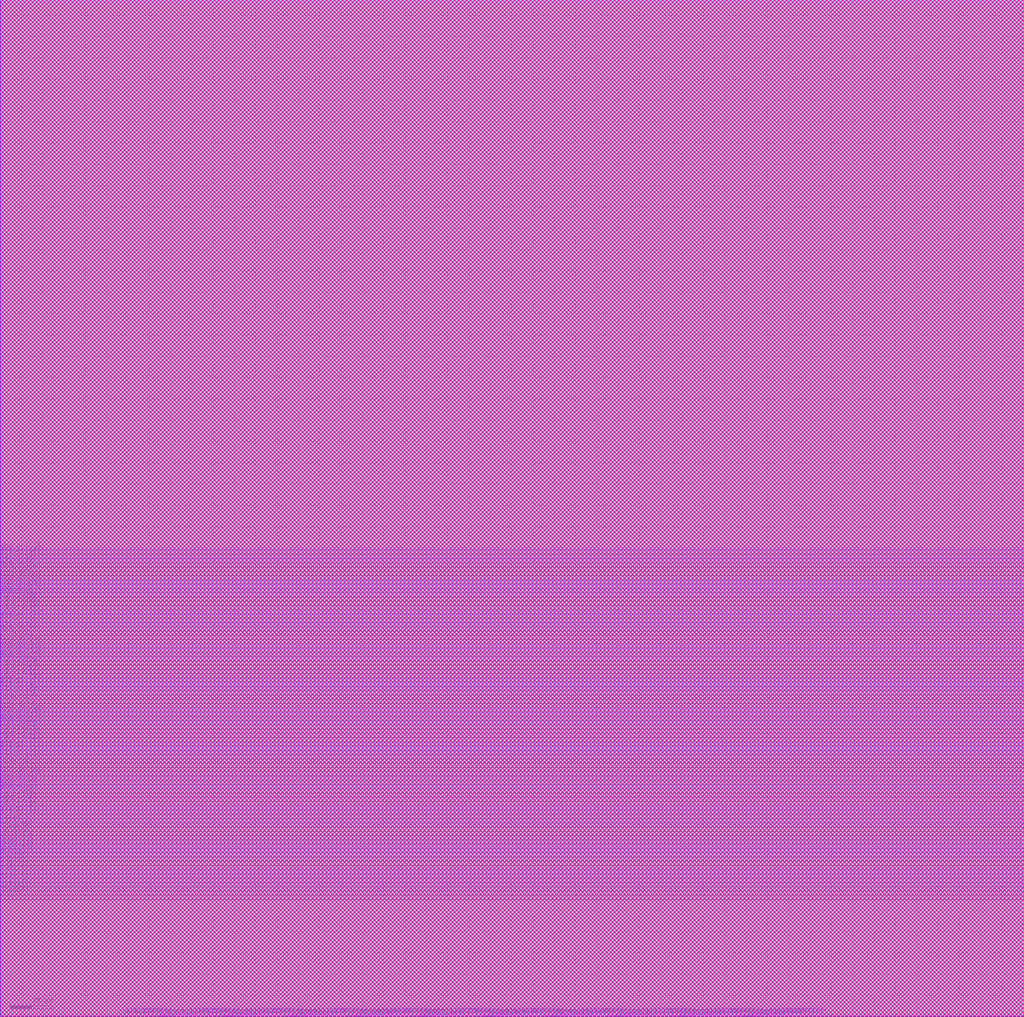
<source format=lef>
##
## LEF for PtnCells ;
## created by Innovus v15.23-s045_1 on Tue Mar  4 02:41:59 2025
##

VERSION 5.8 ;

BUSBITCHARS "[]" ;
DIVIDERCHAR "/" ;

MACRO fullchip
  CLASS BLOCK ;
  SIZE 480.4000 BY 477.2000 ;
  FOREIGN fullchip 0.0000 0.0000 ;
  ORIGIN 0 0 ;
  SYMMETRY X Y R90 ;
  PIN clk
    DIRECTION INPUT ;
    USE SIGNAL ;
    PORT
      LAYER M3 ;
        RECT 0.0000 54.9500 0.6000 55.0500 ;
    END
  END clk
  PIN mem_in[63]
    DIRECTION INPUT ;
    USE SIGNAL ;
    PORT
      LAYER M3 ;
        RECT 0.0000 218.9500 0.6000 219.0500 ;
    END
  END mem_in[63]
  PIN mem_in[62]
    DIRECTION INPUT ;
    USE SIGNAL ;
    PORT
      LAYER M3 ;
        RECT 0.0000 216.9500 0.6000 217.0500 ;
    END
  END mem_in[62]
  PIN mem_in[61]
    DIRECTION INPUT ;
    USE SIGNAL ;
    PORT
      LAYER M3 ;
        RECT 0.0000 214.9500 0.6000 215.0500 ;
    END
  END mem_in[61]
  PIN mem_in[60]
    DIRECTION INPUT ;
    USE SIGNAL ;
    PORT
      LAYER M3 ;
        RECT 0.0000 212.9500 0.6000 213.0500 ;
    END
  END mem_in[60]
  PIN mem_in[59]
    DIRECTION INPUT ;
    USE SIGNAL ;
    PORT
      LAYER M3 ;
        RECT 0.0000 210.9500 0.6000 211.0500 ;
    END
  END mem_in[59]
  PIN mem_in[58]
    DIRECTION INPUT ;
    USE SIGNAL ;
    PORT
      LAYER M3 ;
        RECT 0.0000 208.9500 0.6000 209.0500 ;
    END
  END mem_in[58]
  PIN mem_in[57]
    DIRECTION INPUT ;
    USE SIGNAL ;
    PORT
      LAYER M3 ;
        RECT 0.0000 206.9500 0.6000 207.0500 ;
    END
  END mem_in[57]
  PIN mem_in[56]
    DIRECTION INPUT ;
    USE SIGNAL ;
    PORT
      LAYER M3 ;
        RECT 0.0000 204.9500 0.6000 205.0500 ;
    END
  END mem_in[56]
  PIN mem_in[55]
    DIRECTION INPUT ;
    USE SIGNAL ;
    PORT
      LAYER M3 ;
        RECT 0.0000 202.9500 0.6000 203.0500 ;
    END
  END mem_in[55]
  PIN mem_in[54]
    DIRECTION INPUT ;
    USE SIGNAL ;
    PORT
      LAYER M3 ;
        RECT 0.0000 200.9500 0.6000 201.0500 ;
    END
  END mem_in[54]
  PIN mem_in[53]
    DIRECTION INPUT ;
    USE SIGNAL ;
    PORT
      LAYER M3 ;
        RECT 0.0000 198.9500 0.6000 199.0500 ;
    END
  END mem_in[53]
  PIN mem_in[52]
    DIRECTION INPUT ;
    USE SIGNAL ;
    PORT
      LAYER M3 ;
        RECT 0.0000 196.9500 0.6000 197.0500 ;
    END
  END mem_in[52]
  PIN mem_in[51]
    DIRECTION INPUT ;
    USE SIGNAL ;
    PORT
      LAYER M3 ;
        RECT 0.0000 194.9500 0.6000 195.0500 ;
    END
  END mem_in[51]
  PIN mem_in[50]
    DIRECTION INPUT ;
    USE SIGNAL ;
    PORT
      LAYER M3 ;
        RECT 0.0000 192.9500 0.6000 193.0500 ;
    END
  END mem_in[50]
  PIN mem_in[49]
    DIRECTION INPUT ;
    USE SIGNAL ;
    PORT
      LAYER M3 ;
        RECT 0.0000 190.9500 0.6000 191.0500 ;
    END
  END mem_in[49]
  PIN mem_in[48]
    DIRECTION INPUT ;
    USE SIGNAL ;
    PORT
      LAYER M3 ;
        RECT 0.0000 188.9500 0.6000 189.0500 ;
    END
  END mem_in[48]
  PIN mem_in[47]
    DIRECTION INPUT ;
    USE SIGNAL ;
    PORT
      LAYER M3 ;
        RECT 0.0000 186.9500 0.6000 187.0500 ;
    END
  END mem_in[47]
  PIN mem_in[46]
    DIRECTION INPUT ;
    USE SIGNAL ;
    PORT
      LAYER M3 ;
        RECT 0.0000 184.9500 0.6000 185.0500 ;
    END
  END mem_in[46]
  PIN mem_in[45]
    DIRECTION INPUT ;
    USE SIGNAL ;
    PORT
      LAYER M3 ;
        RECT 0.0000 182.9500 0.6000 183.0500 ;
    END
  END mem_in[45]
  PIN mem_in[44]
    DIRECTION INPUT ;
    USE SIGNAL ;
    PORT
      LAYER M3 ;
        RECT 0.0000 180.9500 0.6000 181.0500 ;
    END
  END mem_in[44]
  PIN mem_in[43]
    DIRECTION INPUT ;
    USE SIGNAL ;
    PORT
      LAYER M3 ;
        RECT 0.0000 178.9500 0.6000 179.0500 ;
    END
  END mem_in[43]
  PIN mem_in[42]
    DIRECTION INPUT ;
    USE SIGNAL ;
    PORT
      LAYER M3 ;
        RECT 0.0000 176.9500 0.6000 177.0500 ;
    END
  END mem_in[42]
  PIN mem_in[41]
    DIRECTION INPUT ;
    USE SIGNAL ;
    PORT
      LAYER M3 ;
        RECT 0.0000 174.9500 0.6000 175.0500 ;
    END
  END mem_in[41]
  PIN mem_in[40]
    DIRECTION INPUT ;
    USE SIGNAL ;
    PORT
      LAYER M3 ;
        RECT 0.0000 172.9500 0.6000 173.0500 ;
    END
  END mem_in[40]
  PIN mem_in[39]
    DIRECTION INPUT ;
    USE SIGNAL ;
    PORT
      LAYER M3 ;
        RECT 0.0000 170.9500 0.6000 171.0500 ;
    END
  END mem_in[39]
  PIN mem_in[38]
    DIRECTION INPUT ;
    USE SIGNAL ;
    PORT
      LAYER M3 ;
        RECT 0.0000 168.9500 0.6000 169.0500 ;
    END
  END mem_in[38]
  PIN mem_in[37]
    DIRECTION INPUT ;
    USE SIGNAL ;
    PORT
      LAYER M3 ;
        RECT 0.0000 166.9500 0.6000 167.0500 ;
    END
  END mem_in[37]
  PIN mem_in[36]
    DIRECTION INPUT ;
    USE SIGNAL ;
    PORT
      LAYER M3 ;
        RECT 0.0000 164.9500 0.6000 165.0500 ;
    END
  END mem_in[36]
  PIN mem_in[35]
    DIRECTION INPUT ;
    USE SIGNAL ;
    PORT
      LAYER M3 ;
        RECT 0.0000 162.9500 0.6000 163.0500 ;
    END
  END mem_in[35]
  PIN mem_in[34]
    DIRECTION INPUT ;
    USE SIGNAL ;
    PORT
      LAYER M3 ;
        RECT 0.0000 160.9500 0.6000 161.0500 ;
    END
  END mem_in[34]
  PIN mem_in[33]
    DIRECTION INPUT ;
    USE SIGNAL ;
    PORT
      LAYER M3 ;
        RECT 0.0000 158.9500 0.6000 159.0500 ;
    END
  END mem_in[33]
  PIN mem_in[32]
    DIRECTION INPUT ;
    USE SIGNAL ;
    PORT
      LAYER M3 ;
        RECT 0.0000 156.9500 0.6000 157.0500 ;
    END
  END mem_in[32]
  PIN mem_in[31]
    DIRECTION INPUT ;
    USE SIGNAL ;
    PORT
      LAYER M3 ;
        RECT 0.0000 154.9500 0.6000 155.0500 ;
    END
  END mem_in[31]
  PIN mem_in[30]
    DIRECTION INPUT ;
    USE SIGNAL ;
    PORT
      LAYER M3 ;
        RECT 0.0000 152.9500 0.6000 153.0500 ;
    END
  END mem_in[30]
  PIN mem_in[29]
    DIRECTION INPUT ;
    USE SIGNAL ;
    PORT
      LAYER M3 ;
        RECT 0.0000 150.9500 0.6000 151.0500 ;
    END
  END mem_in[29]
  PIN mem_in[28]
    DIRECTION INPUT ;
    USE SIGNAL ;
    PORT
      LAYER M3 ;
        RECT 0.0000 148.9500 0.6000 149.0500 ;
    END
  END mem_in[28]
  PIN mem_in[27]
    DIRECTION INPUT ;
    USE SIGNAL ;
    PORT
      LAYER M3 ;
        RECT 0.0000 146.9500 0.6000 147.0500 ;
    END
  END mem_in[27]
  PIN mem_in[26]
    DIRECTION INPUT ;
    USE SIGNAL ;
    PORT
      LAYER M3 ;
        RECT 0.0000 144.9500 0.6000 145.0500 ;
    END
  END mem_in[26]
  PIN mem_in[25]
    DIRECTION INPUT ;
    USE SIGNAL ;
    PORT
      LAYER M3 ;
        RECT 0.0000 142.9500 0.6000 143.0500 ;
    END
  END mem_in[25]
  PIN mem_in[24]
    DIRECTION INPUT ;
    USE SIGNAL ;
    PORT
      LAYER M3 ;
        RECT 0.0000 140.9500 0.6000 141.0500 ;
    END
  END mem_in[24]
  PIN mem_in[23]
    DIRECTION INPUT ;
    USE SIGNAL ;
    PORT
      LAYER M3 ;
        RECT 0.0000 138.9500 0.6000 139.0500 ;
    END
  END mem_in[23]
  PIN mem_in[22]
    DIRECTION INPUT ;
    USE SIGNAL ;
    PORT
      LAYER M3 ;
        RECT 0.0000 136.9500 0.6000 137.0500 ;
    END
  END mem_in[22]
  PIN mem_in[21]
    DIRECTION INPUT ;
    USE SIGNAL ;
    PORT
      LAYER M3 ;
        RECT 0.0000 134.9500 0.6000 135.0500 ;
    END
  END mem_in[21]
  PIN mem_in[20]
    DIRECTION INPUT ;
    USE SIGNAL ;
    PORT
      LAYER M3 ;
        RECT 0.0000 132.9500 0.6000 133.0500 ;
    END
  END mem_in[20]
  PIN mem_in[19]
    DIRECTION INPUT ;
    USE SIGNAL ;
    PORT
      LAYER M3 ;
        RECT 0.0000 130.9500 0.6000 131.0500 ;
    END
  END mem_in[19]
  PIN mem_in[18]
    DIRECTION INPUT ;
    USE SIGNAL ;
    PORT
      LAYER M3 ;
        RECT 0.0000 128.9500 0.6000 129.0500 ;
    END
  END mem_in[18]
  PIN mem_in[17]
    DIRECTION INPUT ;
    USE SIGNAL ;
    PORT
      LAYER M3 ;
        RECT 0.0000 126.9500 0.6000 127.0500 ;
    END
  END mem_in[17]
  PIN mem_in[16]
    DIRECTION INPUT ;
    USE SIGNAL ;
    PORT
      LAYER M3 ;
        RECT 0.0000 124.9500 0.6000 125.0500 ;
    END
  END mem_in[16]
  PIN mem_in[15]
    DIRECTION INPUT ;
    USE SIGNAL ;
    PORT
      LAYER M3 ;
        RECT 0.0000 122.9500 0.6000 123.0500 ;
    END
  END mem_in[15]
  PIN mem_in[14]
    DIRECTION INPUT ;
    USE SIGNAL ;
    PORT
      LAYER M3 ;
        RECT 0.0000 120.9500 0.6000 121.0500 ;
    END
  END mem_in[14]
  PIN mem_in[13]
    DIRECTION INPUT ;
    USE SIGNAL ;
    PORT
      LAYER M3 ;
        RECT 0.0000 118.9500 0.6000 119.0500 ;
    END
  END mem_in[13]
  PIN mem_in[12]
    DIRECTION INPUT ;
    USE SIGNAL ;
    PORT
      LAYER M3 ;
        RECT 0.0000 116.9500 0.6000 117.0500 ;
    END
  END mem_in[12]
  PIN mem_in[11]
    DIRECTION INPUT ;
    USE SIGNAL ;
    PORT
      LAYER M3 ;
        RECT 0.0000 114.9500 0.6000 115.0500 ;
    END
  END mem_in[11]
  PIN mem_in[10]
    DIRECTION INPUT ;
    USE SIGNAL ;
    PORT
      LAYER M3 ;
        RECT 0.0000 112.9500 0.6000 113.0500 ;
    END
  END mem_in[10]
  PIN mem_in[9]
    DIRECTION INPUT ;
    USE SIGNAL ;
    PORT
      LAYER M3 ;
        RECT 0.0000 110.9500 0.6000 111.0500 ;
    END
  END mem_in[9]
  PIN mem_in[8]
    DIRECTION INPUT ;
    USE SIGNAL ;
    PORT
      LAYER M3 ;
        RECT 0.0000 108.9500 0.6000 109.0500 ;
    END
  END mem_in[8]
  PIN mem_in[7]
    DIRECTION INPUT ;
    USE SIGNAL ;
    PORT
      LAYER M3 ;
        RECT 0.0000 106.9500 0.6000 107.0500 ;
    END
  END mem_in[7]
  PIN mem_in[6]
    DIRECTION INPUT ;
    USE SIGNAL ;
    PORT
      LAYER M3 ;
        RECT 0.0000 104.9500 0.6000 105.0500 ;
    END
  END mem_in[6]
  PIN mem_in[5]
    DIRECTION INPUT ;
    USE SIGNAL ;
    PORT
      LAYER M3 ;
        RECT 0.0000 102.9500 0.6000 103.0500 ;
    END
  END mem_in[5]
  PIN mem_in[4]
    DIRECTION INPUT ;
    USE SIGNAL ;
    PORT
      LAYER M3 ;
        RECT 0.0000 100.9500 0.6000 101.0500 ;
    END
  END mem_in[4]
  PIN mem_in[3]
    DIRECTION INPUT ;
    USE SIGNAL ;
    PORT
      LAYER M3 ;
        RECT 0.0000 98.9500 0.6000 99.0500 ;
    END
  END mem_in[3]
  PIN mem_in[2]
    DIRECTION INPUT ;
    USE SIGNAL ;
    PORT
      LAYER M3 ;
        RECT 0.0000 96.9500 0.6000 97.0500 ;
    END
  END mem_in[2]
  PIN mem_in[1]
    DIRECTION INPUT ;
    USE SIGNAL ;
    PORT
      LAYER M3 ;
        RECT 0.0000 94.9500 0.6000 95.0500 ;
    END
  END mem_in[1]
  PIN mem_in[0]
    DIRECTION INPUT ;
    USE SIGNAL ;
    PORT
      LAYER M3 ;
        RECT 0.0000 92.9500 0.6000 93.0500 ;
    END
  END mem_in[0]
  PIN inst[16]
    DIRECTION INPUT ;
    USE SIGNAL ;
    PORT
      LAYER M3 ;
        RECT 0.0000 88.9500 0.6000 89.0500 ;
    END
  END inst[16]
  PIN inst[15]
    DIRECTION INPUT ;
    USE SIGNAL ;
    PORT
      LAYER M3 ;
        RECT 0.0000 86.9500 0.6000 87.0500 ;
    END
  END inst[15]
  PIN inst[14]
    DIRECTION INPUT ;
    USE SIGNAL ;
    PORT
      LAYER M3 ;
        RECT 0.0000 84.9500 0.6000 85.0500 ;
    END
  END inst[14]
  PIN inst[13]
    DIRECTION INPUT ;
    USE SIGNAL ;
    PORT
      LAYER M3 ;
        RECT 0.0000 82.9500 0.6000 83.0500 ;
    END
  END inst[13]
  PIN inst[12]
    DIRECTION INPUT ;
    USE SIGNAL ;
    PORT
      LAYER M3 ;
        RECT 0.0000 80.9500 0.6000 81.0500 ;
    END
  END inst[12]
  PIN inst[11]
    DIRECTION INPUT ;
    USE SIGNAL ;
    PORT
      LAYER M3 ;
        RECT 0.0000 78.9500 0.6000 79.0500 ;
    END
  END inst[11]
  PIN inst[10]
    DIRECTION INPUT ;
    USE SIGNAL ;
    PORT
      LAYER M3 ;
        RECT 0.0000 76.9500 0.6000 77.0500 ;
    END
  END inst[10]
  PIN inst[9]
    DIRECTION INPUT ;
    USE SIGNAL ;
    PORT
      LAYER M3 ;
        RECT 0.0000 74.9500 0.6000 75.0500 ;
    END
  END inst[9]
  PIN inst[8]
    DIRECTION INPUT ;
    USE SIGNAL ;
    PORT
      LAYER M3 ;
        RECT 0.0000 72.9500 0.6000 73.0500 ;
    END
  END inst[8]
  PIN inst[7]
    DIRECTION INPUT ;
    USE SIGNAL ;
    PORT
      LAYER M3 ;
        RECT 0.0000 70.9500 0.6000 71.0500 ;
    END
  END inst[7]
  PIN inst[6]
    DIRECTION INPUT ;
    USE SIGNAL ;
    PORT
      LAYER M3 ;
        RECT 0.0000 68.9500 0.6000 69.0500 ;
    END
  END inst[6]
  PIN inst[5]
    DIRECTION INPUT ;
    USE SIGNAL ;
    PORT
      LAYER M3 ;
        RECT 0.0000 66.9500 0.6000 67.0500 ;
    END
  END inst[5]
  PIN inst[4]
    DIRECTION INPUT ;
    USE SIGNAL ;
    PORT
      LAYER M3 ;
        RECT 0.0000 64.9500 0.6000 65.0500 ;
    END
  END inst[4]
  PIN inst[3]
    DIRECTION INPUT ;
    USE SIGNAL ;
    PORT
      LAYER M3 ;
        RECT 0.0000 62.9500 0.6000 63.0500 ;
    END
  END inst[3]
  PIN inst[2]
    DIRECTION INPUT ;
    USE SIGNAL ;
    PORT
      LAYER M3 ;
        RECT 0.0000 60.9500 0.6000 61.0500 ;
    END
  END inst[2]
  PIN inst[1]
    DIRECTION INPUT ;
    USE SIGNAL ;
    PORT
      LAYER M3 ;
        RECT 0.0000 58.9500 0.6000 59.0500 ;
    END
  END inst[1]
  PIN inst[0]
    DIRECTION INPUT ;
    USE SIGNAL ;
    PORT
      LAYER M3 ;
        RECT 0.0000 56.9500 0.6000 57.0500 ;
    END
  END inst[0]
  PIN reset
    DIRECTION INPUT ;
    USE SIGNAL ;
    PORT
      LAYER M3 ;
        RECT 0.0000 90.9500 0.6000 91.0500 ;
    END
  END reset
  PIN out[159]
    DIRECTION OUTPUT ;
    USE SIGNAL ;
    PORT
      LAYER M2 ;
        RECT 373.0500 0.0000 373.1500 0.6000 ;
    END
  END out[159]
  PIN out[158]
    DIRECTION OUTPUT ;
    USE SIGNAL ;
    PORT
      LAYER M2 ;
        RECT 371.0500 0.0000 371.1500 0.6000 ;
    END
  END out[158]
  PIN out[157]
    DIRECTION OUTPUT ;
    USE SIGNAL ;
    PORT
      LAYER M2 ;
        RECT 369.0500 0.0000 369.1500 0.6000 ;
    END
  END out[157]
  PIN out[156]
    DIRECTION OUTPUT ;
    USE SIGNAL ;
    PORT
      LAYER M2 ;
        RECT 367.0500 0.0000 367.1500 0.6000 ;
    END
  END out[156]
  PIN out[155]
    DIRECTION OUTPUT ;
    USE SIGNAL ;
    PORT
      LAYER M2 ;
        RECT 365.0500 0.0000 365.1500 0.6000 ;
    END
  END out[155]
  PIN out[154]
    DIRECTION OUTPUT ;
    USE SIGNAL ;
    PORT
      LAYER M2 ;
        RECT 363.0500 0.0000 363.1500 0.6000 ;
    END
  END out[154]
  PIN out[153]
    DIRECTION OUTPUT ;
    USE SIGNAL ;
    PORT
      LAYER M2 ;
        RECT 361.0500 0.0000 361.1500 0.6000 ;
    END
  END out[153]
  PIN out[152]
    DIRECTION OUTPUT ;
    USE SIGNAL ;
    PORT
      LAYER M2 ;
        RECT 359.0500 0.0000 359.1500 0.6000 ;
    END
  END out[152]
  PIN out[151]
    DIRECTION OUTPUT ;
    USE SIGNAL ;
    PORT
      LAYER M2 ;
        RECT 357.0500 0.0000 357.1500 0.6000 ;
    END
  END out[151]
  PIN out[150]
    DIRECTION OUTPUT ;
    USE SIGNAL ;
    PORT
      LAYER M2 ;
        RECT 355.0500 0.0000 355.1500 0.6000 ;
    END
  END out[150]
  PIN out[149]
    DIRECTION OUTPUT ;
    USE SIGNAL ;
    PORT
      LAYER M2 ;
        RECT 353.0500 0.0000 353.1500 0.6000 ;
    END
  END out[149]
  PIN out[148]
    DIRECTION OUTPUT ;
    USE SIGNAL ;
    PORT
      LAYER M2 ;
        RECT 351.0500 0.0000 351.1500 0.6000 ;
    END
  END out[148]
  PIN out[147]
    DIRECTION OUTPUT ;
    USE SIGNAL ;
    PORT
      LAYER M2 ;
        RECT 349.0500 0.0000 349.1500 0.6000 ;
    END
  END out[147]
  PIN out[146]
    DIRECTION OUTPUT ;
    USE SIGNAL ;
    PORT
      LAYER M2 ;
        RECT 347.0500 0.0000 347.1500 0.6000 ;
    END
  END out[146]
  PIN out[145]
    DIRECTION OUTPUT ;
    USE SIGNAL ;
    PORT
      LAYER M2 ;
        RECT 345.0500 0.0000 345.1500 0.6000 ;
    END
  END out[145]
  PIN out[144]
    DIRECTION OUTPUT ;
    USE SIGNAL ;
    PORT
      LAYER M2 ;
        RECT 343.0500 0.0000 343.1500 0.6000 ;
    END
  END out[144]
  PIN out[143]
    DIRECTION OUTPUT ;
    USE SIGNAL ;
    PORT
      LAYER M2 ;
        RECT 341.0500 0.0000 341.1500 0.6000 ;
    END
  END out[143]
  PIN out[142]
    DIRECTION OUTPUT ;
    USE SIGNAL ;
    PORT
      LAYER M2 ;
        RECT 339.0500 0.0000 339.1500 0.6000 ;
    END
  END out[142]
  PIN out[141]
    DIRECTION OUTPUT ;
    USE SIGNAL ;
    PORT
      LAYER M2 ;
        RECT 337.0500 0.0000 337.1500 0.6000 ;
    END
  END out[141]
  PIN out[140]
    DIRECTION OUTPUT ;
    USE SIGNAL ;
    PORT
      LAYER M2 ;
        RECT 335.0500 0.0000 335.1500 0.6000 ;
    END
  END out[140]
  PIN out[139]
    DIRECTION OUTPUT ;
    USE SIGNAL ;
    PORT
      LAYER M2 ;
        RECT 333.0500 0.0000 333.1500 0.6000 ;
    END
  END out[139]
  PIN out[138]
    DIRECTION OUTPUT ;
    USE SIGNAL ;
    PORT
      LAYER M2 ;
        RECT 331.0500 0.0000 331.1500 0.6000 ;
    END
  END out[138]
  PIN out[137]
    DIRECTION OUTPUT ;
    USE SIGNAL ;
    PORT
      LAYER M2 ;
        RECT 329.0500 0.0000 329.1500 0.6000 ;
    END
  END out[137]
  PIN out[136]
    DIRECTION OUTPUT ;
    USE SIGNAL ;
    PORT
      LAYER M2 ;
        RECT 327.0500 0.0000 327.1500 0.6000 ;
    END
  END out[136]
  PIN out[135]
    DIRECTION OUTPUT ;
    USE SIGNAL ;
    PORT
      LAYER M2 ;
        RECT 325.0500 0.0000 325.1500 0.6000 ;
    END
  END out[135]
  PIN out[134]
    DIRECTION OUTPUT ;
    USE SIGNAL ;
    PORT
      LAYER M2 ;
        RECT 323.0500 0.0000 323.1500 0.6000 ;
    END
  END out[134]
  PIN out[133]
    DIRECTION OUTPUT ;
    USE SIGNAL ;
    PORT
      LAYER M2 ;
        RECT 321.0500 0.0000 321.1500 0.6000 ;
    END
  END out[133]
  PIN out[132]
    DIRECTION OUTPUT ;
    USE SIGNAL ;
    PORT
      LAYER M2 ;
        RECT 319.0500 0.0000 319.1500 0.6000 ;
    END
  END out[132]
  PIN out[131]
    DIRECTION OUTPUT ;
    USE SIGNAL ;
    PORT
      LAYER M2 ;
        RECT 317.0500 0.0000 317.1500 0.6000 ;
    END
  END out[131]
  PIN out[130]
    DIRECTION OUTPUT ;
    USE SIGNAL ;
    PORT
      LAYER M2 ;
        RECT 315.0500 0.0000 315.1500 0.6000 ;
    END
  END out[130]
  PIN out[129]
    DIRECTION OUTPUT ;
    USE SIGNAL ;
    PORT
      LAYER M2 ;
        RECT 313.0500 0.0000 313.1500 0.6000 ;
    END
  END out[129]
  PIN out[128]
    DIRECTION OUTPUT ;
    USE SIGNAL ;
    PORT
      LAYER M2 ;
        RECT 311.0500 0.0000 311.1500 0.6000 ;
    END
  END out[128]
  PIN out[127]
    DIRECTION OUTPUT ;
    USE SIGNAL ;
    PORT
      LAYER M2 ;
        RECT 309.0500 0.0000 309.1500 0.6000 ;
    END
  END out[127]
  PIN out[126]
    DIRECTION OUTPUT ;
    USE SIGNAL ;
    PORT
      LAYER M2 ;
        RECT 307.0500 0.0000 307.1500 0.6000 ;
    END
  END out[126]
  PIN out[125]
    DIRECTION OUTPUT ;
    USE SIGNAL ;
    PORT
      LAYER M2 ;
        RECT 305.0500 0.0000 305.1500 0.6000 ;
    END
  END out[125]
  PIN out[124]
    DIRECTION OUTPUT ;
    USE SIGNAL ;
    PORT
      LAYER M2 ;
        RECT 303.0500 0.0000 303.1500 0.6000 ;
    END
  END out[124]
  PIN out[123]
    DIRECTION OUTPUT ;
    USE SIGNAL ;
    PORT
      LAYER M2 ;
        RECT 301.0500 0.0000 301.1500 0.6000 ;
    END
  END out[123]
  PIN out[122]
    DIRECTION OUTPUT ;
    USE SIGNAL ;
    PORT
      LAYER M2 ;
        RECT 299.0500 0.0000 299.1500 0.6000 ;
    END
  END out[122]
  PIN out[121]
    DIRECTION OUTPUT ;
    USE SIGNAL ;
    PORT
      LAYER M2 ;
        RECT 297.0500 0.0000 297.1500 0.6000 ;
    END
  END out[121]
  PIN out[120]
    DIRECTION OUTPUT ;
    USE SIGNAL ;
    PORT
      LAYER M2 ;
        RECT 295.0500 0.0000 295.1500 0.6000 ;
    END
  END out[120]
  PIN out[119]
    DIRECTION OUTPUT ;
    USE SIGNAL ;
    PORT
      LAYER M2 ;
        RECT 293.0500 0.0000 293.1500 0.6000 ;
    END
  END out[119]
  PIN out[118]
    DIRECTION OUTPUT ;
    USE SIGNAL ;
    PORT
      LAYER M2 ;
        RECT 291.0500 0.0000 291.1500 0.6000 ;
    END
  END out[118]
  PIN out[117]
    DIRECTION OUTPUT ;
    USE SIGNAL ;
    PORT
      LAYER M2 ;
        RECT 289.0500 0.0000 289.1500 0.6000 ;
    END
  END out[117]
  PIN out[116]
    DIRECTION OUTPUT ;
    USE SIGNAL ;
    PORT
      LAYER M2 ;
        RECT 287.0500 0.0000 287.1500 0.6000 ;
    END
  END out[116]
  PIN out[115]
    DIRECTION OUTPUT ;
    USE SIGNAL ;
    PORT
      LAYER M2 ;
        RECT 285.0500 0.0000 285.1500 0.6000 ;
    END
  END out[115]
  PIN out[114]
    DIRECTION OUTPUT ;
    USE SIGNAL ;
    PORT
      LAYER M2 ;
        RECT 283.0500 0.0000 283.1500 0.6000 ;
    END
  END out[114]
  PIN out[113]
    DIRECTION OUTPUT ;
    USE SIGNAL ;
    PORT
      LAYER M2 ;
        RECT 281.0500 0.0000 281.1500 0.6000 ;
    END
  END out[113]
  PIN out[112]
    DIRECTION OUTPUT ;
    USE SIGNAL ;
    PORT
      LAYER M2 ;
        RECT 279.0500 0.0000 279.1500 0.6000 ;
    END
  END out[112]
  PIN out[111]
    DIRECTION OUTPUT ;
    USE SIGNAL ;
    PORT
      LAYER M2 ;
        RECT 277.0500 0.0000 277.1500 0.6000 ;
    END
  END out[111]
  PIN out[110]
    DIRECTION OUTPUT ;
    USE SIGNAL ;
    PORT
      LAYER M2 ;
        RECT 275.0500 0.0000 275.1500 0.6000 ;
    END
  END out[110]
  PIN out[109]
    DIRECTION OUTPUT ;
    USE SIGNAL ;
    PORT
      LAYER M2 ;
        RECT 273.0500 0.0000 273.1500 0.6000 ;
    END
  END out[109]
  PIN out[108]
    DIRECTION OUTPUT ;
    USE SIGNAL ;
    PORT
      LAYER M2 ;
        RECT 271.0500 0.0000 271.1500 0.6000 ;
    END
  END out[108]
  PIN out[107]
    DIRECTION OUTPUT ;
    USE SIGNAL ;
    PORT
      LAYER M2 ;
        RECT 269.0500 0.0000 269.1500 0.6000 ;
    END
  END out[107]
  PIN out[106]
    DIRECTION OUTPUT ;
    USE SIGNAL ;
    PORT
      LAYER M2 ;
        RECT 267.0500 0.0000 267.1500 0.6000 ;
    END
  END out[106]
  PIN out[105]
    DIRECTION OUTPUT ;
    USE SIGNAL ;
    PORT
      LAYER M2 ;
        RECT 265.0500 0.0000 265.1500 0.6000 ;
    END
  END out[105]
  PIN out[104]
    DIRECTION OUTPUT ;
    USE SIGNAL ;
    PORT
      LAYER M2 ;
        RECT 263.0500 0.0000 263.1500 0.6000 ;
    END
  END out[104]
  PIN out[103]
    DIRECTION OUTPUT ;
    USE SIGNAL ;
    PORT
      LAYER M2 ;
        RECT 261.0500 0.0000 261.1500 0.6000 ;
    END
  END out[103]
  PIN out[102]
    DIRECTION OUTPUT ;
    USE SIGNAL ;
    PORT
      LAYER M2 ;
        RECT 259.0500 0.0000 259.1500 0.6000 ;
    END
  END out[102]
  PIN out[101]
    DIRECTION OUTPUT ;
    USE SIGNAL ;
    PORT
      LAYER M2 ;
        RECT 257.0500 0.0000 257.1500 0.6000 ;
    END
  END out[101]
  PIN out[100]
    DIRECTION OUTPUT ;
    USE SIGNAL ;
    PORT
      LAYER M2 ;
        RECT 255.0500 0.0000 255.1500 0.6000 ;
    END
  END out[100]
  PIN out[99]
    DIRECTION OUTPUT ;
    USE SIGNAL ;
    PORT
      LAYER M2 ;
        RECT 253.0500 0.0000 253.1500 0.6000 ;
    END
  END out[99]
  PIN out[98]
    DIRECTION OUTPUT ;
    USE SIGNAL ;
    PORT
      LAYER M2 ;
        RECT 251.0500 0.0000 251.1500 0.6000 ;
    END
  END out[98]
  PIN out[97]
    DIRECTION OUTPUT ;
    USE SIGNAL ;
    PORT
      LAYER M2 ;
        RECT 249.0500 0.0000 249.1500 0.6000 ;
    END
  END out[97]
  PIN out[96]
    DIRECTION OUTPUT ;
    USE SIGNAL ;
    PORT
      LAYER M2 ;
        RECT 247.0500 0.0000 247.1500 0.6000 ;
    END
  END out[96]
  PIN out[95]
    DIRECTION OUTPUT ;
    USE SIGNAL ;
    PORT
      LAYER M2 ;
        RECT 245.0500 0.0000 245.1500 0.6000 ;
    END
  END out[95]
  PIN out[94]
    DIRECTION OUTPUT ;
    USE SIGNAL ;
    PORT
      LAYER M2 ;
        RECT 243.0500 0.0000 243.1500 0.6000 ;
    END
  END out[94]
  PIN out[93]
    DIRECTION OUTPUT ;
    USE SIGNAL ;
    PORT
      LAYER M2 ;
        RECT 241.0500 0.0000 241.1500 0.6000 ;
    END
  END out[93]
  PIN out[92]
    DIRECTION OUTPUT ;
    USE SIGNAL ;
    PORT
      LAYER M2 ;
        RECT 239.0500 0.0000 239.1500 0.6000 ;
    END
  END out[92]
  PIN out[91]
    DIRECTION OUTPUT ;
    USE SIGNAL ;
    PORT
      LAYER M2 ;
        RECT 237.0500 0.0000 237.1500 0.6000 ;
    END
  END out[91]
  PIN out[90]
    DIRECTION OUTPUT ;
    USE SIGNAL ;
    PORT
      LAYER M2 ;
        RECT 235.0500 0.0000 235.1500 0.6000 ;
    END
  END out[90]
  PIN out[89]
    DIRECTION OUTPUT ;
    USE SIGNAL ;
    PORT
      LAYER M2 ;
        RECT 233.0500 0.0000 233.1500 0.6000 ;
    END
  END out[89]
  PIN out[88]
    DIRECTION OUTPUT ;
    USE SIGNAL ;
    PORT
      LAYER M2 ;
        RECT 231.0500 0.0000 231.1500 0.6000 ;
    END
  END out[88]
  PIN out[87]
    DIRECTION OUTPUT ;
    USE SIGNAL ;
    PORT
      LAYER M2 ;
        RECT 229.0500 0.0000 229.1500 0.6000 ;
    END
  END out[87]
  PIN out[86]
    DIRECTION OUTPUT ;
    USE SIGNAL ;
    PORT
      LAYER M2 ;
        RECT 227.0500 0.0000 227.1500 0.6000 ;
    END
  END out[86]
  PIN out[85]
    DIRECTION OUTPUT ;
    USE SIGNAL ;
    PORT
      LAYER M2 ;
        RECT 225.0500 0.0000 225.1500 0.6000 ;
    END
  END out[85]
  PIN out[84]
    DIRECTION OUTPUT ;
    USE SIGNAL ;
    PORT
      LAYER M2 ;
        RECT 223.0500 0.0000 223.1500 0.6000 ;
    END
  END out[84]
  PIN out[83]
    DIRECTION OUTPUT ;
    USE SIGNAL ;
    PORT
      LAYER M2 ;
        RECT 221.0500 0.0000 221.1500 0.6000 ;
    END
  END out[83]
  PIN out[82]
    DIRECTION OUTPUT ;
    USE SIGNAL ;
    PORT
      LAYER M2 ;
        RECT 219.0500 0.0000 219.1500 0.6000 ;
    END
  END out[82]
  PIN out[81]
    DIRECTION OUTPUT ;
    USE SIGNAL ;
    PORT
      LAYER M2 ;
        RECT 217.0500 0.0000 217.1500 0.6000 ;
    END
  END out[81]
  PIN out[80]
    DIRECTION OUTPUT ;
    USE SIGNAL ;
    PORT
      LAYER M2 ;
        RECT 215.0500 0.0000 215.1500 0.6000 ;
    END
  END out[80]
  PIN out[79]
    DIRECTION OUTPUT ;
    USE SIGNAL ;
    PORT
      LAYER M2 ;
        RECT 213.0500 0.0000 213.1500 0.6000 ;
    END
  END out[79]
  PIN out[78]
    DIRECTION OUTPUT ;
    USE SIGNAL ;
    PORT
      LAYER M2 ;
        RECT 211.0500 0.0000 211.1500 0.6000 ;
    END
  END out[78]
  PIN out[77]
    DIRECTION OUTPUT ;
    USE SIGNAL ;
    PORT
      LAYER M2 ;
        RECT 209.0500 0.0000 209.1500 0.6000 ;
    END
  END out[77]
  PIN out[76]
    DIRECTION OUTPUT ;
    USE SIGNAL ;
    PORT
      LAYER M2 ;
        RECT 207.0500 0.0000 207.1500 0.6000 ;
    END
  END out[76]
  PIN out[75]
    DIRECTION OUTPUT ;
    USE SIGNAL ;
    PORT
      LAYER M2 ;
        RECT 205.0500 0.0000 205.1500 0.6000 ;
    END
  END out[75]
  PIN out[74]
    DIRECTION OUTPUT ;
    USE SIGNAL ;
    PORT
      LAYER M2 ;
        RECT 203.0500 0.0000 203.1500 0.6000 ;
    END
  END out[74]
  PIN out[73]
    DIRECTION OUTPUT ;
    USE SIGNAL ;
    PORT
      LAYER M2 ;
        RECT 201.0500 0.0000 201.1500 0.6000 ;
    END
  END out[73]
  PIN out[72]
    DIRECTION OUTPUT ;
    USE SIGNAL ;
    PORT
      LAYER M2 ;
        RECT 199.0500 0.0000 199.1500 0.6000 ;
    END
  END out[72]
  PIN out[71]
    DIRECTION OUTPUT ;
    USE SIGNAL ;
    PORT
      LAYER M2 ;
        RECT 197.0500 0.0000 197.1500 0.6000 ;
    END
  END out[71]
  PIN out[70]
    DIRECTION OUTPUT ;
    USE SIGNAL ;
    PORT
      LAYER M2 ;
        RECT 195.0500 0.0000 195.1500 0.6000 ;
    END
  END out[70]
  PIN out[69]
    DIRECTION OUTPUT ;
    USE SIGNAL ;
    PORT
      LAYER M2 ;
        RECT 193.0500 0.0000 193.1500 0.6000 ;
    END
  END out[69]
  PIN out[68]
    DIRECTION OUTPUT ;
    USE SIGNAL ;
    PORT
      LAYER M2 ;
        RECT 191.0500 0.0000 191.1500 0.6000 ;
    END
  END out[68]
  PIN out[67]
    DIRECTION OUTPUT ;
    USE SIGNAL ;
    PORT
      LAYER M2 ;
        RECT 189.0500 0.0000 189.1500 0.6000 ;
    END
  END out[67]
  PIN out[66]
    DIRECTION OUTPUT ;
    USE SIGNAL ;
    PORT
      LAYER M2 ;
        RECT 187.0500 0.0000 187.1500 0.6000 ;
    END
  END out[66]
  PIN out[65]
    DIRECTION OUTPUT ;
    USE SIGNAL ;
    PORT
      LAYER M2 ;
        RECT 185.0500 0.0000 185.1500 0.6000 ;
    END
  END out[65]
  PIN out[64]
    DIRECTION OUTPUT ;
    USE SIGNAL ;
    PORT
      LAYER M2 ;
        RECT 183.0500 0.0000 183.1500 0.6000 ;
    END
  END out[64]
  PIN out[63]
    DIRECTION OUTPUT ;
    USE SIGNAL ;
    PORT
      LAYER M2 ;
        RECT 181.0500 0.0000 181.1500 0.6000 ;
    END
  END out[63]
  PIN out[62]
    DIRECTION OUTPUT ;
    USE SIGNAL ;
    PORT
      LAYER M2 ;
        RECT 179.0500 0.0000 179.1500 0.6000 ;
    END
  END out[62]
  PIN out[61]
    DIRECTION OUTPUT ;
    USE SIGNAL ;
    PORT
      LAYER M2 ;
        RECT 177.0500 0.0000 177.1500 0.6000 ;
    END
  END out[61]
  PIN out[60]
    DIRECTION OUTPUT ;
    USE SIGNAL ;
    PORT
      LAYER M2 ;
        RECT 175.0500 0.0000 175.1500 0.6000 ;
    END
  END out[60]
  PIN out[59]
    DIRECTION OUTPUT ;
    USE SIGNAL ;
    PORT
      LAYER M2 ;
        RECT 173.0500 0.0000 173.1500 0.6000 ;
    END
  END out[59]
  PIN out[58]
    DIRECTION OUTPUT ;
    USE SIGNAL ;
    PORT
      LAYER M2 ;
        RECT 171.0500 0.0000 171.1500 0.6000 ;
    END
  END out[58]
  PIN out[57]
    DIRECTION OUTPUT ;
    USE SIGNAL ;
    PORT
      LAYER M2 ;
        RECT 169.0500 0.0000 169.1500 0.6000 ;
    END
  END out[57]
  PIN out[56]
    DIRECTION OUTPUT ;
    USE SIGNAL ;
    PORT
      LAYER M2 ;
        RECT 167.0500 0.0000 167.1500 0.6000 ;
    END
  END out[56]
  PIN out[55]
    DIRECTION OUTPUT ;
    USE SIGNAL ;
    PORT
      LAYER M2 ;
        RECT 165.0500 0.0000 165.1500 0.6000 ;
    END
  END out[55]
  PIN out[54]
    DIRECTION OUTPUT ;
    USE SIGNAL ;
    PORT
      LAYER M2 ;
        RECT 163.0500 0.0000 163.1500 0.6000 ;
    END
  END out[54]
  PIN out[53]
    DIRECTION OUTPUT ;
    USE SIGNAL ;
    PORT
      LAYER M2 ;
        RECT 161.0500 0.0000 161.1500 0.6000 ;
    END
  END out[53]
  PIN out[52]
    DIRECTION OUTPUT ;
    USE SIGNAL ;
    PORT
      LAYER M2 ;
        RECT 159.0500 0.0000 159.1500 0.6000 ;
    END
  END out[52]
  PIN out[51]
    DIRECTION OUTPUT ;
    USE SIGNAL ;
    PORT
      LAYER M2 ;
        RECT 157.0500 0.0000 157.1500 0.6000 ;
    END
  END out[51]
  PIN out[50]
    DIRECTION OUTPUT ;
    USE SIGNAL ;
    PORT
      LAYER M2 ;
        RECT 155.0500 0.0000 155.1500 0.6000 ;
    END
  END out[50]
  PIN out[49]
    DIRECTION OUTPUT ;
    USE SIGNAL ;
    PORT
      LAYER M2 ;
        RECT 153.0500 0.0000 153.1500 0.6000 ;
    END
  END out[49]
  PIN out[48]
    DIRECTION OUTPUT ;
    USE SIGNAL ;
    PORT
      LAYER M2 ;
        RECT 151.0500 0.0000 151.1500 0.6000 ;
    END
  END out[48]
  PIN out[47]
    DIRECTION OUTPUT ;
    USE SIGNAL ;
    PORT
      LAYER M2 ;
        RECT 149.0500 0.0000 149.1500 0.6000 ;
    END
  END out[47]
  PIN out[46]
    DIRECTION OUTPUT ;
    USE SIGNAL ;
    PORT
      LAYER M2 ;
        RECT 147.0500 0.0000 147.1500 0.6000 ;
    END
  END out[46]
  PIN out[45]
    DIRECTION OUTPUT ;
    USE SIGNAL ;
    PORT
      LAYER M2 ;
        RECT 145.0500 0.0000 145.1500 0.6000 ;
    END
  END out[45]
  PIN out[44]
    DIRECTION OUTPUT ;
    USE SIGNAL ;
    PORT
      LAYER M2 ;
        RECT 143.0500 0.0000 143.1500 0.6000 ;
    END
  END out[44]
  PIN out[43]
    DIRECTION OUTPUT ;
    USE SIGNAL ;
    PORT
      LAYER M2 ;
        RECT 141.0500 0.0000 141.1500 0.6000 ;
    END
  END out[43]
  PIN out[42]
    DIRECTION OUTPUT ;
    USE SIGNAL ;
    PORT
      LAYER M2 ;
        RECT 139.0500 0.0000 139.1500 0.6000 ;
    END
  END out[42]
  PIN out[41]
    DIRECTION OUTPUT ;
    USE SIGNAL ;
    PORT
      LAYER M2 ;
        RECT 137.0500 0.0000 137.1500 0.6000 ;
    END
  END out[41]
  PIN out[40]
    DIRECTION OUTPUT ;
    USE SIGNAL ;
    PORT
      LAYER M2 ;
        RECT 135.0500 0.0000 135.1500 0.6000 ;
    END
  END out[40]
  PIN out[39]
    DIRECTION OUTPUT ;
    USE SIGNAL ;
    PORT
      LAYER M2 ;
        RECT 133.0500 0.0000 133.1500 0.6000 ;
    END
  END out[39]
  PIN out[38]
    DIRECTION OUTPUT ;
    USE SIGNAL ;
    PORT
      LAYER M2 ;
        RECT 131.0500 0.0000 131.1500 0.6000 ;
    END
  END out[38]
  PIN out[37]
    DIRECTION OUTPUT ;
    USE SIGNAL ;
    PORT
      LAYER M2 ;
        RECT 129.0500 0.0000 129.1500 0.6000 ;
    END
  END out[37]
  PIN out[36]
    DIRECTION OUTPUT ;
    USE SIGNAL ;
    PORT
      LAYER M2 ;
        RECT 127.0500 0.0000 127.1500 0.6000 ;
    END
  END out[36]
  PIN out[35]
    DIRECTION OUTPUT ;
    USE SIGNAL ;
    PORT
      LAYER M2 ;
        RECT 125.0500 0.0000 125.1500 0.6000 ;
    END
  END out[35]
  PIN out[34]
    DIRECTION OUTPUT ;
    USE SIGNAL ;
    PORT
      LAYER M2 ;
        RECT 123.0500 0.0000 123.1500 0.6000 ;
    END
  END out[34]
  PIN out[33]
    DIRECTION OUTPUT ;
    USE SIGNAL ;
    PORT
      LAYER M2 ;
        RECT 121.0500 0.0000 121.1500 0.6000 ;
    END
  END out[33]
  PIN out[32]
    DIRECTION OUTPUT ;
    USE SIGNAL ;
    PORT
      LAYER M2 ;
        RECT 119.0500 0.0000 119.1500 0.6000 ;
    END
  END out[32]
  PIN out[31]
    DIRECTION OUTPUT ;
    USE SIGNAL ;
    PORT
      LAYER M2 ;
        RECT 117.0500 0.0000 117.1500 0.6000 ;
    END
  END out[31]
  PIN out[30]
    DIRECTION OUTPUT ;
    USE SIGNAL ;
    PORT
      LAYER M2 ;
        RECT 115.0500 0.0000 115.1500 0.6000 ;
    END
  END out[30]
  PIN out[29]
    DIRECTION OUTPUT ;
    USE SIGNAL ;
    PORT
      LAYER M2 ;
        RECT 113.0500 0.0000 113.1500 0.6000 ;
    END
  END out[29]
  PIN out[28]
    DIRECTION OUTPUT ;
    USE SIGNAL ;
    PORT
      LAYER M2 ;
        RECT 111.0500 0.0000 111.1500 0.6000 ;
    END
  END out[28]
  PIN out[27]
    DIRECTION OUTPUT ;
    USE SIGNAL ;
    PORT
      LAYER M2 ;
        RECT 109.0500 0.0000 109.1500 0.6000 ;
    END
  END out[27]
  PIN out[26]
    DIRECTION OUTPUT ;
    USE SIGNAL ;
    PORT
      LAYER M2 ;
        RECT 107.0500 0.0000 107.1500 0.6000 ;
    END
  END out[26]
  PIN out[25]
    DIRECTION OUTPUT ;
    USE SIGNAL ;
    PORT
      LAYER M2 ;
        RECT 105.0500 0.0000 105.1500 0.6000 ;
    END
  END out[25]
  PIN out[24]
    DIRECTION OUTPUT ;
    USE SIGNAL ;
    PORT
      LAYER M2 ;
        RECT 103.0500 0.0000 103.1500 0.6000 ;
    END
  END out[24]
  PIN out[23]
    DIRECTION OUTPUT ;
    USE SIGNAL ;
    PORT
      LAYER M2 ;
        RECT 101.0500 0.0000 101.1500 0.6000 ;
    END
  END out[23]
  PIN out[22]
    DIRECTION OUTPUT ;
    USE SIGNAL ;
    PORT
      LAYER M2 ;
        RECT 99.0500 0.0000 99.1500 0.6000 ;
    END
  END out[22]
  PIN out[21]
    DIRECTION OUTPUT ;
    USE SIGNAL ;
    PORT
      LAYER M2 ;
        RECT 97.0500 0.0000 97.1500 0.6000 ;
    END
  END out[21]
  PIN out[20]
    DIRECTION OUTPUT ;
    USE SIGNAL ;
    PORT
      LAYER M2 ;
        RECT 95.0500 0.0000 95.1500 0.6000 ;
    END
  END out[20]
  PIN out[19]
    DIRECTION OUTPUT ;
    USE SIGNAL ;
    PORT
      LAYER M2 ;
        RECT 93.0500 0.0000 93.1500 0.6000 ;
    END
  END out[19]
  PIN out[18]
    DIRECTION OUTPUT ;
    USE SIGNAL ;
    PORT
      LAYER M2 ;
        RECT 91.0500 0.0000 91.1500 0.6000 ;
    END
  END out[18]
  PIN out[17]
    DIRECTION OUTPUT ;
    USE SIGNAL ;
    PORT
      LAYER M2 ;
        RECT 89.0500 0.0000 89.1500 0.6000 ;
    END
  END out[17]
  PIN out[16]
    DIRECTION OUTPUT ;
    USE SIGNAL ;
    PORT
      LAYER M2 ;
        RECT 87.0500 0.0000 87.1500 0.6000 ;
    END
  END out[16]
  PIN out[15]
    DIRECTION OUTPUT ;
    USE SIGNAL ;
    PORT
      LAYER M2 ;
        RECT 85.0500 0.0000 85.1500 0.6000 ;
    END
  END out[15]
  PIN out[14]
    DIRECTION OUTPUT ;
    USE SIGNAL ;
    PORT
      LAYER M2 ;
        RECT 83.0500 0.0000 83.1500 0.6000 ;
    END
  END out[14]
  PIN out[13]
    DIRECTION OUTPUT ;
    USE SIGNAL ;
    PORT
      LAYER M2 ;
        RECT 81.0500 0.0000 81.1500 0.6000 ;
    END
  END out[13]
  PIN out[12]
    DIRECTION OUTPUT ;
    USE SIGNAL ;
    PORT
      LAYER M2 ;
        RECT 79.0500 0.0000 79.1500 0.6000 ;
    END
  END out[12]
  PIN out[11]
    DIRECTION OUTPUT ;
    USE SIGNAL ;
    PORT
      LAYER M2 ;
        RECT 77.0500 0.0000 77.1500 0.6000 ;
    END
  END out[11]
  PIN out[10]
    DIRECTION OUTPUT ;
    USE SIGNAL ;
    PORT
      LAYER M2 ;
        RECT 75.0500 0.0000 75.1500 0.6000 ;
    END
  END out[10]
  PIN out[9]
    DIRECTION OUTPUT ;
    USE SIGNAL ;
    PORT
      LAYER M2 ;
        RECT 73.0500 0.0000 73.1500 0.6000 ;
    END
  END out[9]
  PIN out[8]
    DIRECTION OUTPUT ;
    USE SIGNAL ;
    PORT
      LAYER M2 ;
        RECT 71.0500 0.0000 71.1500 0.6000 ;
    END
  END out[8]
  PIN out[7]
    DIRECTION OUTPUT ;
    USE SIGNAL ;
    PORT
      LAYER M2 ;
        RECT 69.0500 0.0000 69.1500 0.6000 ;
    END
  END out[7]
  PIN out[6]
    DIRECTION OUTPUT ;
    USE SIGNAL ;
    PORT
      LAYER M2 ;
        RECT 67.0500 0.0000 67.1500 0.6000 ;
    END
  END out[6]
  PIN out[5]
    DIRECTION OUTPUT ;
    USE SIGNAL ;
    PORT
      LAYER M2 ;
        RECT 65.0500 0.0000 65.1500 0.6000 ;
    END
  END out[5]
  PIN out[4]
    DIRECTION OUTPUT ;
    USE SIGNAL ;
    PORT
      LAYER M2 ;
        RECT 63.0500 0.0000 63.1500 0.6000 ;
    END
  END out[4]
  PIN out[3]
    DIRECTION OUTPUT ;
    USE SIGNAL ;
    PORT
      LAYER M2 ;
        RECT 61.0500 0.0000 61.1500 0.6000 ;
    END
  END out[3]
  PIN out[2]
    DIRECTION OUTPUT ;
    USE SIGNAL ;
    PORT
      LAYER M2 ;
        RECT 59.0500 0.0000 59.1500 0.6000 ;
    END
  END out[2]
  PIN out[1]
    DIRECTION OUTPUT ;
    USE SIGNAL ;
    PORT
      LAYER M2 ;
        RECT 57.0500 0.0000 57.1500 0.6000 ;
    END
  END out[1]
  PIN out[0]
    DIRECTION OUTPUT ;
    USE SIGNAL ;
    PORT
      LAYER M2 ;
        RECT 55.0500 0.0000 55.1500 0.6000 ;
    END
  END out[0]
  OBS
    LAYER M1 ;
      RECT 0.0000 0.0000 480.4000 477.2000 ;
    LAYER M2 ;
      RECT 0.0000 0.7000 480.4000 477.2000 ;
      RECT 373.2500 0.0000 480.4000 0.7000 ;
      RECT 371.2500 0.0000 372.9500 0.7000 ;
      RECT 369.2500 0.0000 370.9500 0.7000 ;
      RECT 367.2500 0.0000 368.9500 0.7000 ;
      RECT 365.2500 0.0000 366.9500 0.7000 ;
      RECT 363.2500 0.0000 364.9500 0.7000 ;
      RECT 361.2500 0.0000 362.9500 0.7000 ;
      RECT 359.2500 0.0000 360.9500 0.7000 ;
      RECT 357.2500 0.0000 358.9500 0.7000 ;
      RECT 355.2500 0.0000 356.9500 0.7000 ;
      RECT 353.2500 0.0000 354.9500 0.7000 ;
      RECT 351.2500 0.0000 352.9500 0.7000 ;
      RECT 349.2500 0.0000 350.9500 0.7000 ;
      RECT 347.2500 0.0000 348.9500 0.7000 ;
      RECT 345.2500 0.0000 346.9500 0.7000 ;
      RECT 343.2500 0.0000 344.9500 0.7000 ;
      RECT 341.2500 0.0000 342.9500 0.7000 ;
      RECT 339.2500 0.0000 340.9500 0.7000 ;
      RECT 337.2500 0.0000 338.9500 0.7000 ;
      RECT 335.2500 0.0000 336.9500 0.7000 ;
      RECT 333.2500 0.0000 334.9500 0.7000 ;
      RECT 331.2500 0.0000 332.9500 0.7000 ;
      RECT 329.2500 0.0000 330.9500 0.7000 ;
      RECT 327.2500 0.0000 328.9500 0.7000 ;
      RECT 325.2500 0.0000 326.9500 0.7000 ;
      RECT 323.2500 0.0000 324.9500 0.7000 ;
      RECT 321.2500 0.0000 322.9500 0.7000 ;
      RECT 319.2500 0.0000 320.9500 0.7000 ;
      RECT 317.2500 0.0000 318.9500 0.7000 ;
      RECT 315.2500 0.0000 316.9500 0.7000 ;
      RECT 313.2500 0.0000 314.9500 0.7000 ;
      RECT 311.2500 0.0000 312.9500 0.7000 ;
      RECT 309.2500 0.0000 310.9500 0.7000 ;
      RECT 307.2500 0.0000 308.9500 0.7000 ;
      RECT 305.2500 0.0000 306.9500 0.7000 ;
      RECT 303.2500 0.0000 304.9500 0.7000 ;
      RECT 301.2500 0.0000 302.9500 0.7000 ;
      RECT 299.2500 0.0000 300.9500 0.7000 ;
      RECT 297.2500 0.0000 298.9500 0.7000 ;
      RECT 295.2500 0.0000 296.9500 0.7000 ;
      RECT 293.2500 0.0000 294.9500 0.7000 ;
      RECT 291.2500 0.0000 292.9500 0.7000 ;
      RECT 289.2500 0.0000 290.9500 0.7000 ;
      RECT 287.2500 0.0000 288.9500 0.7000 ;
      RECT 285.2500 0.0000 286.9500 0.7000 ;
      RECT 283.2500 0.0000 284.9500 0.7000 ;
      RECT 281.2500 0.0000 282.9500 0.7000 ;
      RECT 279.2500 0.0000 280.9500 0.7000 ;
      RECT 277.2500 0.0000 278.9500 0.7000 ;
      RECT 275.2500 0.0000 276.9500 0.7000 ;
      RECT 273.2500 0.0000 274.9500 0.7000 ;
      RECT 271.2500 0.0000 272.9500 0.7000 ;
      RECT 269.2500 0.0000 270.9500 0.7000 ;
      RECT 267.2500 0.0000 268.9500 0.7000 ;
      RECT 265.2500 0.0000 266.9500 0.7000 ;
      RECT 263.2500 0.0000 264.9500 0.7000 ;
      RECT 261.2500 0.0000 262.9500 0.7000 ;
      RECT 259.2500 0.0000 260.9500 0.7000 ;
      RECT 257.2500 0.0000 258.9500 0.7000 ;
      RECT 255.2500 0.0000 256.9500 0.7000 ;
      RECT 253.2500 0.0000 254.9500 0.7000 ;
      RECT 251.2500 0.0000 252.9500 0.7000 ;
      RECT 249.2500 0.0000 250.9500 0.7000 ;
      RECT 247.2500 0.0000 248.9500 0.7000 ;
      RECT 245.2500 0.0000 246.9500 0.7000 ;
      RECT 243.2500 0.0000 244.9500 0.7000 ;
      RECT 241.2500 0.0000 242.9500 0.7000 ;
      RECT 239.2500 0.0000 240.9500 0.7000 ;
      RECT 237.2500 0.0000 238.9500 0.7000 ;
      RECT 235.2500 0.0000 236.9500 0.7000 ;
      RECT 233.2500 0.0000 234.9500 0.7000 ;
      RECT 231.2500 0.0000 232.9500 0.7000 ;
      RECT 229.2500 0.0000 230.9500 0.7000 ;
      RECT 227.2500 0.0000 228.9500 0.7000 ;
      RECT 225.2500 0.0000 226.9500 0.7000 ;
      RECT 223.2500 0.0000 224.9500 0.7000 ;
      RECT 221.2500 0.0000 222.9500 0.7000 ;
      RECT 219.2500 0.0000 220.9500 0.7000 ;
      RECT 217.2500 0.0000 218.9500 0.7000 ;
      RECT 215.2500 0.0000 216.9500 0.7000 ;
      RECT 213.2500 0.0000 214.9500 0.7000 ;
      RECT 211.2500 0.0000 212.9500 0.7000 ;
      RECT 209.2500 0.0000 210.9500 0.7000 ;
      RECT 207.2500 0.0000 208.9500 0.7000 ;
      RECT 205.2500 0.0000 206.9500 0.7000 ;
      RECT 203.2500 0.0000 204.9500 0.7000 ;
      RECT 201.2500 0.0000 202.9500 0.7000 ;
      RECT 199.2500 0.0000 200.9500 0.7000 ;
      RECT 197.2500 0.0000 198.9500 0.7000 ;
      RECT 195.2500 0.0000 196.9500 0.7000 ;
      RECT 193.2500 0.0000 194.9500 0.7000 ;
      RECT 191.2500 0.0000 192.9500 0.7000 ;
      RECT 189.2500 0.0000 190.9500 0.7000 ;
      RECT 187.2500 0.0000 188.9500 0.7000 ;
      RECT 185.2500 0.0000 186.9500 0.7000 ;
      RECT 183.2500 0.0000 184.9500 0.7000 ;
      RECT 181.2500 0.0000 182.9500 0.7000 ;
      RECT 179.2500 0.0000 180.9500 0.7000 ;
      RECT 177.2500 0.0000 178.9500 0.7000 ;
      RECT 175.2500 0.0000 176.9500 0.7000 ;
      RECT 173.2500 0.0000 174.9500 0.7000 ;
      RECT 171.2500 0.0000 172.9500 0.7000 ;
      RECT 169.2500 0.0000 170.9500 0.7000 ;
      RECT 167.2500 0.0000 168.9500 0.7000 ;
      RECT 165.2500 0.0000 166.9500 0.7000 ;
      RECT 163.2500 0.0000 164.9500 0.7000 ;
      RECT 161.2500 0.0000 162.9500 0.7000 ;
      RECT 159.2500 0.0000 160.9500 0.7000 ;
      RECT 157.2500 0.0000 158.9500 0.7000 ;
      RECT 155.2500 0.0000 156.9500 0.7000 ;
      RECT 153.2500 0.0000 154.9500 0.7000 ;
      RECT 151.2500 0.0000 152.9500 0.7000 ;
      RECT 149.2500 0.0000 150.9500 0.7000 ;
      RECT 147.2500 0.0000 148.9500 0.7000 ;
      RECT 145.2500 0.0000 146.9500 0.7000 ;
      RECT 143.2500 0.0000 144.9500 0.7000 ;
      RECT 141.2500 0.0000 142.9500 0.7000 ;
      RECT 139.2500 0.0000 140.9500 0.7000 ;
      RECT 137.2500 0.0000 138.9500 0.7000 ;
      RECT 135.2500 0.0000 136.9500 0.7000 ;
      RECT 133.2500 0.0000 134.9500 0.7000 ;
      RECT 131.2500 0.0000 132.9500 0.7000 ;
      RECT 129.2500 0.0000 130.9500 0.7000 ;
      RECT 127.2500 0.0000 128.9500 0.7000 ;
      RECT 125.2500 0.0000 126.9500 0.7000 ;
      RECT 123.2500 0.0000 124.9500 0.7000 ;
      RECT 121.2500 0.0000 122.9500 0.7000 ;
      RECT 119.2500 0.0000 120.9500 0.7000 ;
      RECT 117.2500 0.0000 118.9500 0.7000 ;
      RECT 115.2500 0.0000 116.9500 0.7000 ;
      RECT 113.2500 0.0000 114.9500 0.7000 ;
      RECT 111.2500 0.0000 112.9500 0.7000 ;
      RECT 109.2500 0.0000 110.9500 0.7000 ;
      RECT 107.2500 0.0000 108.9500 0.7000 ;
      RECT 105.2500 0.0000 106.9500 0.7000 ;
      RECT 103.2500 0.0000 104.9500 0.7000 ;
      RECT 101.2500 0.0000 102.9500 0.7000 ;
      RECT 99.2500 0.0000 100.9500 0.7000 ;
      RECT 97.2500 0.0000 98.9500 0.7000 ;
      RECT 95.2500 0.0000 96.9500 0.7000 ;
      RECT 93.2500 0.0000 94.9500 0.7000 ;
      RECT 91.2500 0.0000 92.9500 0.7000 ;
      RECT 89.2500 0.0000 90.9500 0.7000 ;
      RECT 87.2500 0.0000 88.9500 0.7000 ;
      RECT 85.2500 0.0000 86.9500 0.7000 ;
      RECT 83.2500 0.0000 84.9500 0.7000 ;
      RECT 81.2500 0.0000 82.9500 0.7000 ;
      RECT 79.2500 0.0000 80.9500 0.7000 ;
      RECT 77.2500 0.0000 78.9500 0.7000 ;
      RECT 75.2500 0.0000 76.9500 0.7000 ;
      RECT 73.2500 0.0000 74.9500 0.7000 ;
      RECT 71.2500 0.0000 72.9500 0.7000 ;
      RECT 69.2500 0.0000 70.9500 0.7000 ;
      RECT 67.2500 0.0000 68.9500 0.7000 ;
      RECT 65.2500 0.0000 66.9500 0.7000 ;
      RECT 63.2500 0.0000 64.9500 0.7000 ;
      RECT 61.2500 0.0000 62.9500 0.7000 ;
      RECT 59.2500 0.0000 60.9500 0.7000 ;
      RECT 57.2500 0.0000 58.9500 0.7000 ;
      RECT 55.2500 0.0000 56.9500 0.7000 ;
      RECT 0.0000 0.0000 54.9500 0.7000 ;
    LAYER M3 ;
      RECT 0.0000 219.1500 480.4000 477.2000 ;
      RECT 0.7000 218.8500 480.4000 219.1500 ;
      RECT 0.0000 217.1500 480.4000 218.8500 ;
      RECT 0.7000 216.8500 480.4000 217.1500 ;
      RECT 0.0000 215.1500 480.4000 216.8500 ;
      RECT 0.7000 214.8500 480.4000 215.1500 ;
      RECT 0.0000 213.1500 480.4000 214.8500 ;
      RECT 0.7000 212.8500 480.4000 213.1500 ;
      RECT 0.0000 211.1500 480.4000 212.8500 ;
      RECT 0.7000 210.8500 480.4000 211.1500 ;
      RECT 0.0000 209.1500 480.4000 210.8500 ;
      RECT 0.7000 208.8500 480.4000 209.1500 ;
      RECT 0.0000 207.1500 480.4000 208.8500 ;
      RECT 0.7000 206.8500 480.4000 207.1500 ;
      RECT 0.0000 205.1500 480.4000 206.8500 ;
      RECT 0.7000 204.8500 480.4000 205.1500 ;
      RECT 0.0000 203.1500 480.4000 204.8500 ;
      RECT 0.7000 202.8500 480.4000 203.1500 ;
      RECT 0.0000 201.1500 480.4000 202.8500 ;
      RECT 0.7000 200.8500 480.4000 201.1500 ;
      RECT 0.0000 199.1500 480.4000 200.8500 ;
      RECT 0.7000 198.8500 480.4000 199.1500 ;
      RECT 0.0000 197.1500 480.4000 198.8500 ;
      RECT 0.7000 196.8500 480.4000 197.1500 ;
      RECT 0.0000 195.1500 480.4000 196.8500 ;
      RECT 0.7000 194.8500 480.4000 195.1500 ;
      RECT 0.0000 193.1500 480.4000 194.8500 ;
      RECT 0.7000 192.8500 480.4000 193.1500 ;
      RECT 0.0000 191.1500 480.4000 192.8500 ;
      RECT 0.7000 190.8500 480.4000 191.1500 ;
      RECT 0.0000 189.1500 480.4000 190.8500 ;
      RECT 0.7000 188.8500 480.4000 189.1500 ;
      RECT 0.0000 187.1500 480.4000 188.8500 ;
      RECT 0.7000 186.8500 480.4000 187.1500 ;
      RECT 0.0000 185.1500 480.4000 186.8500 ;
      RECT 0.7000 184.8500 480.4000 185.1500 ;
      RECT 0.0000 183.1500 480.4000 184.8500 ;
      RECT 0.7000 182.8500 480.4000 183.1500 ;
      RECT 0.0000 181.1500 480.4000 182.8500 ;
      RECT 0.7000 180.8500 480.4000 181.1500 ;
      RECT 0.0000 179.1500 480.4000 180.8500 ;
      RECT 0.7000 178.8500 480.4000 179.1500 ;
      RECT 0.0000 177.1500 480.4000 178.8500 ;
      RECT 0.7000 176.8500 480.4000 177.1500 ;
      RECT 0.0000 175.1500 480.4000 176.8500 ;
      RECT 0.7000 174.8500 480.4000 175.1500 ;
      RECT 0.0000 173.1500 480.4000 174.8500 ;
      RECT 0.7000 172.8500 480.4000 173.1500 ;
      RECT 0.0000 171.1500 480.4000 172.8500 ;
      RECT 0.7000 170.8500 480.4000 171.1500 ;
      RECT 0.0000 169.1500 480.4000 170.8500 ;
      RECT 0.7000 168.8500 480.4000 169.1500 ;
      RECT 0.0000 167.1500 480.4000 168.8500 ;
      RECT 0.7000 166.8500 480.4000 167.1500 ;
      RECT 0.0000 165.1500 480.4000 166.8500 ;
      RECT 0.7000 164.8500 480.4000 165.1500 ;
      RECT 0.0000 163.1500 480.4000 164.8500 ;
      RECT 0.7000 162.8500 480.4000 163.1500 ;
      RECT 0.0000 161.1500 480.4000 162.8500 ;
      RECT 0.7000 160.8500 480.4000 161.1500 ;
      RECT 0.0000 159.1500 480.4000 160.8500 ;
      RECT 0.7000 158.8500 480.4000 159.1500 ;
      RECT 0.0000 157.1500 480.4000 158.8500 ;
      RECT 0.7000 156.8500 480.4000 157.1500 ;
      RECT 0.0000 155.1500 480.4000 156.8500 ;
      RECT 0.7000 154.8500 480.4000 155.1500 ;
      RECT 0.0000 153.1500 480.4000 154.8500 ;
      RECT 0.7000 152.8500 480.4000 153.1500 ;
      RECT 0.0000 151.1500 480.4000 152.8500 ;
      RECT 0.7000 150.8500 480.4000 151.1500 ;
      RECT 0.0000 149.1500 480.4000 150.8500 ;
      RECT 0.7000 148.8500 480.4000 149.1500 ;
      RECT 0.0000 147.1500 480.4000 148.8500 ;
      RECT 0.7000 146.8500 480.4000 147.1500 ;
      RECT 0.0000 145.1500 480.4000 146.8500 ;
      RECT 0.7000 144.8500 480.4000 145.1500 ;
      RECT 0.0000 143.1500 480.4000 144.8500 ;
      RECT 0.7000 142.8500 480.4000 143.1500 ;
      RECT 0.0000 141.1500 480.4000 142.8500 ;
      RECT 0.7000 140.8500 480.4000 141.1500 ;
      RECT 0.0000 139.1500 480.4000 140.8500 ;
      RECT 0.7000 138.8500 480.4000 139.1500 ;
      RECT 0.0000 137.1500 480.4000 138.8500 ;
      RECT 0.7000 136.8500 480.4000 137.1500 ;
      RECT 0.0000 135.1500 480.4000 136.8500 ;
      RECT 0.7000 134.8500 480.4000 135.1500 ;
      RECT 0.0000 133.1500 480.4000 134.8500 ;
      RECT 0.7000 132.8500 480.4000 133.1500 ;
      RECT 0.0000 131.1500 480.4000 132.8500 ;
      RECT 0.7000 130.8500 480.4000 131.1500 ;
      RECT 0.0000 129.1500 480.4000 130.8500 ;
      RECT 0.7000 128.8500 480.4000 129.1500 ;
      RECT 0.0000 127.1500 480.4000 128.8500 ;
      RECT 0.7000 126.8500 480.4000 127.1500 ;
      RECT 0.0000 125.1500 480.4000 126.8500 ;
      RECT 0.7000 124.8500 480.4000 125.1500 ;
      RECT 0.0000 123.1500 480.4000 124.8500 ;
      RECT 0.7000 122.8500 480.4000 123.1500 ;
      RECT 0.0000 121.1500 480.4000 122.8500 ;
      RECT 0.7000 120.8500 480.4000 121.1500 ;
      RECT 0.0000 119.1500 480.4000 120.8500 ;
      RECT 0.7000 118.8500 480.4000 119.1500 ;
      RECT 0.0000 117.1500 480.4000 118.8500 ;
      RECT 0.7000 116.8500 480.4000 117.1500 ;
      RECT 0.0000 115.1500 480.4000 116.8500 ;
      RECT 0.7000 114.8500 480.4000 115.1500 ;
      RECT 0.0000 113.1500 480.4000 114.8500 ;
      RECT 0.7000 112.8500 480.4000 113.1500 ;
      RECT 0.0000 111.1500 480.4000 112.8500 ;
      RECT 0.7000 110.8500 480.4000 111.1500 ;
      RECT 0.0000 109.1500 480.4000 110.8500 ;
      RECT 0.7000 108.8500 480.4000 109.1500 ;
      RECT 0.0000 107.1500 480.4000 108.8500 ;
      RECT 0.7000 106.8500 480.4000 107.1500 ;
      RECT 0.0000 105.1500 480.4000 106.8500 ;
      RECT 0.7000 104.8500 480.4000 105.1500 ;
      RECT 0.0000 103.1500 480.4000 104.8500 ;
      RECT 0.7000 102.8500 480.4000 103.1500 ;
      RECT 0.0000 101.1500 480.4000 102.8500 ;
      RECT 0.7000 100.8500 480.4000 101.1500 ;
      RECT 0.0000 99.1500 480.4000 100.8500 ;
      RECT 0.7000 98.8500 480.4000 99.1500 ;
      RECT 0.0000 97.1500 480.4000 98.8500 ;
      RECT 0.7000 96.8500 480.4000 97.1500 ;
      RECT 0.0000 95.1500 480.4000 96.8500 ;
      RECT 0.7000 94.8500 480.4000 95.1500 ;
      RECT 0.0000 93.1500 480.4000 94.8500 ;
      RECT 0.7000 92.8500 480.4000 93.1500 ;
      RECT 0.0000 91.1500 480.4000 92.8500 ;
      RECT 0.7000 90.8500 480.4000 91.1500 ;
      RECT 0.0000 89.1500 480.4000 90.8500 ;
      RECT 0.7000 88.8500 480.4000 89.1500 ;
      RECT 0.0000 87.1500 480.4000 88.8500 ;
      RECT 0.7000 86.8500 480.4000 87.1500 ;
      RECT 0.0000 85.1500 480.4000 86.8500 ;
      RECT 0.7000 84.8500 480.4000 85.1500 ;
      RECT 0.0000 83.1500 480.4000 84.8500 ;
      RECT 0.7000 82.8500 480.4000 83.1500 ;
      RECT 0.0000 81.1500 480.4000 82.8500 ;
      RECT 0.7000 80.8500 480.4000 81.1500 ;
      RECT 0.0000 79.1500 480.4000 80.8500 ;
      RECT 0.7000 78.8500 480.4000 79.1500 ;
      RECT 0.0000 77.1500 480.4000 78.8500 ;
      RECT 0.7000 76.8500 480.4000 77.1500 ;
      RECT 0.0000 75.1500 480.4000 76.8500 ;
      RECT 0.7000 74.8500 480.4000 75.1500 ;
      RECT 0.0000 73.1500 480.4000 74.8500 ;
      RECT 0.7000 72.8500 480.4000 73.1500 ;
      RECT 0.0000 71.1500 480.4000 72.8500 ;
      RECT 0.7000 70.8500 480.4000 71.1500 ;
      RECT 0.0000 69.1500 480.4000 70.8500 ;
      RECT 0.7000 68.8500 480.4000 69.1500 ;
      RECT 0.0000 67.1500 480.4000 68.8500 ;
      RECT 0.7000 66.8500 480.4000 67.1500 ;
      RECT 0.0000 65.1500 480.4000 66.8500 ;
      RECT 0.7000 64.8500 480.4000 65.1500 ;
      RECT 0.0000 63.1500 480.4000 64.8500 ;
      RECT 0.7000 62.8500 480.4000 63.1500 ;
      RECT 0.0000 61.1500 480.4000 62.8500 ;
      RECT 0.7000 60.8500 480.4000 61.1500 ;
      RECT 0.0000 59.1500 480.4000 60.8500 ;
      RECT 0.7000 58.8500 480.4000 59.1500 ;
      RECT 0.0000 57.1500 480.4000 58.8500 ;
      RECT 0.7000 56.8500 480.4000 57.1500 ;
      RECT 0.0000 55.1500 480.4000 56.8500 ;
      RECT 0.7000 54.8500 480.4000 55.1500 ;
      RECT 0.0000 0.0000 480.4000 54.8500 ;
    LAYER M4 ;
      RECT 0.0000 0.0000 480.4000 477.2000 ;
    LAYER M5 ;
      RECT 0.0000 0.0000 480.4000 477.2000 ;
    LAYER M6 ;
      RECT 0.0000 0.0000 480.4000 477.2000 ;
    LAYER M7 ;
      RECT 0.0000 0.0000 480.4000 477.2000 ;
    LAYER M8 ;
      RECT 0.0000 0.0000 480.4000 477.2000 ;
  END
END fullchip

END LIBRARY

</source>
